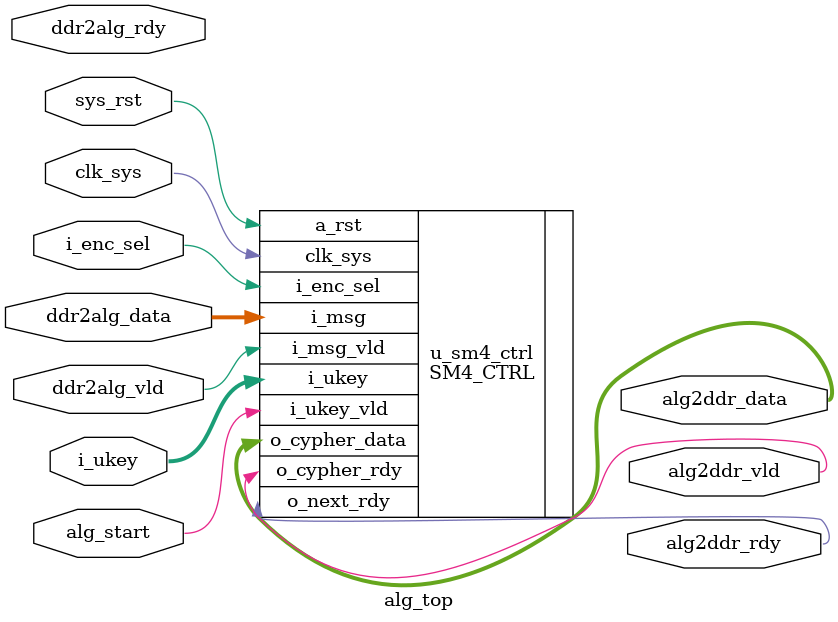
<source format=v>
`timescale 1ns / 1ps


module alg_top(
    //global      
    input               clk_sys      , 
    input               sys_rst      , 
    //cfg      
    input               alg_start    , 
    input               i_enc_sel    , 
    input   [127:0]     i_ukey       , 
    //ddr_ctrl
    input               ddr2alg_vld  , 
    output              alg2ddr_rdy  , 
    input   [127:0]     ddr2alg_data , 
    input               ddr2alg_rdy  , 
    output              alg2ddr_vld  , 
    output  [127:0]     alg2ddr_data
    );


//instans of sm4_top
SM4_CTRL u_sm4_ctrl (
    .clk_sys       (clk_sys      ),
    .a_rst         (sys_rst      ),
                                 
    .i_ukey_vld    (alg_start    ),
    .i_enc_sel     (i_enc_sel    ),
    .i_ukey        (i_ukey       ),
                   
    .i_msg_vld     (ddr2alg_vld  ),
    .i_msg         (ddr2alg_data ),
    .o_next_rdy    (alg2ddr_rdy  ),
                 
    .o_cypher_data (alg2ddr_data ),
    .o_cypher_rdy  (alg2ddr_vld  )
);

endmodule

</source>
